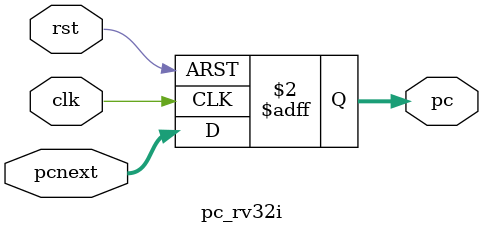
<source format=sv>
`timescale 1ns / 1ps

module pc_rv32i(                            //Es un registro que guarda la proxima direccion a ejecutar, cambia entre espacios de memoria
    input  logic        clk,
    input  logic        rst,
    
    input  logic [31:0] pcnext,             //es la siguiente direccion de registro
    output logic [31:0] pc                  //direccion de registro actual     
);
    always_ff @(posedge clk or posedge rst) begin
        if(rst) pc <= 32'h00400000;         // este es el incio del segmento de datos;
        else    pc <= pcnext;               // el registro actual guarda la direccion de memoria de la siguiente instruccion.
    end
endmodule

</source>
